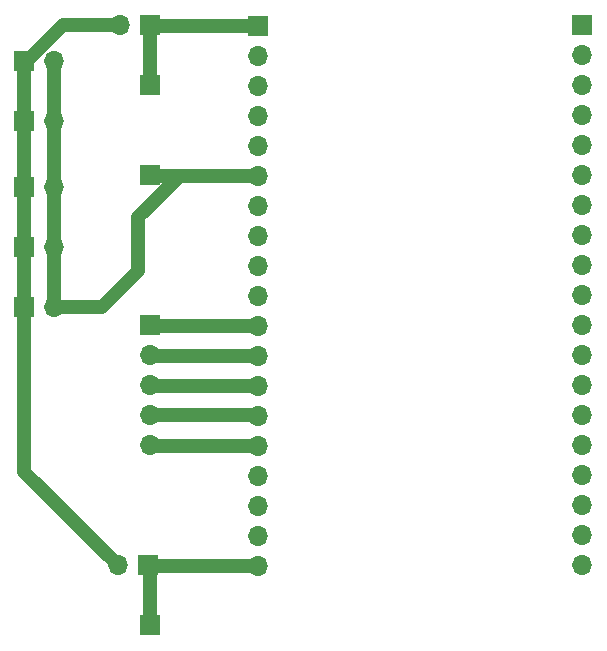
<source format=gbr>
%TF.GenerationSoftware,KiCad,Pcbnew,(6.0.7)*%
%TF.CreationDate,2022-12-08T14:28:46+01:00*%
%TF.ProjectId,_autosave-ExoTool,5f617574-6f73-4617-9665-2d45786f546f,rev?*%
%TF.SameCoordinates,Original*%
%TF.FileFunction,Copper,L2,Bot*%
%TF.FilePolarity,Positive*%
%FSLAX46Y46*%
G04 Gerber Fmt 4.6, Leading zero omitted, Abs format (unit mm)*
G04 Created by KiCad (PCBNEW (6.0.7)) date 2022-12-08 14:28:46*
%MOMM*%
%LPD*%
G01*
G04 APERTURE LIST*
%TA.AperFunction,ComponentPad*%
%ADD10R,1.700000X1.700000*%
%TD*%
%TA.AperFunction,ComponentPad*%
%ADD11O,1.700000X1.700000*%
%TD*%
%TA.AperFunction,Conductor*%
%ADD12C,1.200000*%
%TD*%
G04 APERTURE END LIST*
D10*
%TO.P,J6,1,Pin_1*%
%TO.N,P1*%
X182880000Y-91440000D03*
D11*
%TO.P,J6,2,Pin_2*%
%TO.N,P2*%
X182880000Y-93980000D03*
%TO.P,J6,3,Pin_3*%
%TO.N,P3*%
X182880000Y-96520000D03*
%TO.P,J6,4,Pin_4*%
%TO.N,P4*%
X182880000Y-99060000D03*
%TO.P,J6,5,Pin_5*%
%TO.N,P5*%
X182880000Y-101600000D03*
%TD*%
D10*
%TO.P,J7,1,Pin_1*%
%TO.N,Vin*%
X172212000Y-79756000D03*
D11*
%TO.P,J7,2,Pin_2*%
%TO.N,GND*%
X174752000Y-79756000D03*
%TD*%
D10*
%TO.P,J11,1,Pin_1*%
%TO.N,Vin*%
X172212000Y-69088000D03*
D11*
%TO.P,J11,2,Pin_2*%
%TO.N,GND*%
X174752000Y-69088000D03*
%TD*%
D10*
%TO.P,J1,1,Pin_1*%
%TO.N,unconnected-(J1-Pad1)*%
X219456000Y-66040000D03*
D11*
%TO.P,J1,2,Pin_2*%
%TO.N,unconnected-(J1-Pad2)*%
X219456000Y-68580000D03*
%TO.P,J1,3,Pin_3*%
%TO.N,unconnected-(J1-Pad3)*%
X219456000Y-71120000D03*
%TO.P,J1,4,Pin_4*%
%TO.N,unconnected-(J1-Pad4)*%
X219456000Y-73660000D03*
%TO.P,J1,5,Pin_5*%
%TO.N,unconnected-(J1-Pad5)*%
X219456000Y-76200000D03*
%TO.P,J1,6,Pin_6*%
%TO.N,unconnected-(J1-Pad6)*%
X219456000Y-78740000D03*
%TO.P,J1,7,Pin_7*%
%TO.N,unconnected-(J1-Pad7)*%
X219456000Y-81280000D03*
%TO.P,J1,8,Pin_8*%
%TO.N,unconnected-(J1-Pad8)*%
X219456000Y-83820000D03*
%TO.P,J1,9,Pin_9*%
%TO.N,unconnected-(J1-Pad9)*%
X219456000Y-86360000D03*
%TO.P,J1,10,Pin_10*%
%TO.N,unconnected-(J1-Pad10)*%
X219456000Y-88900000D03*
%TO.P,J1,11,Pin_11*%
%TO.N,unconnected-(J1-Pad11)*%
X219456000Y-91440000D03*
%TO.P,J1,12,Pin_12*%
%TO.N,unconnected-(J1-Pad12)*%
X219456000Y-93980000D03*
%TO.P,J1,13,Pin_13*%
%TO.N,unconnected-(J1-Pad13)*%
X219456000Y-96520000D03*
%TO.P,J1,14,Pin_14*%
%TO.N,unconnected-(J1-Pad14)*%
X219456000Y-99060000D03*
%TO.P,J1,15,Pin_15*%
%TO.N,unconnected-(J1-Pad15)*%
X219456000Y-101600000D03*
%TO.P,J1,16,Pin_16*%
%TO.N,unconnected-(J1-Pad16)*%
X219456000Y-104140000D03*
%TO.P,J1,17,Pin_17*%
%TO.N,unconnected-(J1-Pad17)*%
X219456000Y-106680000D03*
%TO.P,J1,18,Pin_18*%
%TO.N,unconnected-(J1-Pad18)*%
X219456000Y-109220000D03*
%TO.P,J1,19,Pin_19*%
%TO.N,unconnected-(J1-Pad19)*%
X219456000Y-111760000D03*
%TD*%
D10*
%TO.P,J13,1,Pin_1*%
%TO.N,VOut*%
X182880000Y-66040000D03*
D11*
%TO.P,J13,2,Pin_2*%
%TO.N,Vin*%
X180340000Y-66040000D03*
%TD*%
D10*
%TO.P,J8,1,Pin_1*%
%TO.N,Vin*%
X172212000Y-74168000D03*
D11*
%TO.P,J8,2,Pin_2*%
%TO.N,GND*%
X174752000Y-74168000D03*
%TD*%
D10*
%TO.P,J5,1,Pin_1*%
%TO.N,GND*%
X182880000Y-78740000D03*
%TD*%
%TO.P,J3,1,Pin_1*%
%TO.N,VOut*%
X182880000Y-71120000D03*
%TD*%
%TO.P,J2,1,Pin_1*%
%TO.N,VOut*%
X192024000Y-66050000D03*
D11*
%TO.P,J2,2,Pin_2*%
%TO.N,unconnected-(J2-Pad2)*%
X192024000Y-68590000D03*
%TO.P,J2,3,Pin_3*%
%TO.N,unconnected-(J2-Pad3)*%
X192024000Y-71130000D03*
%TO.P,J2,4,Pin_4*%
%TO.N,unconnected-(J2-Pad4)*%
X192024000Y-73670000D03*
%TO.P,J2,5,Pin_5*%
%TO.N,unconnected-(J2-Pad5)*%
X192024000Y-76210000D03*
%TO.P,J2,6,Pin_6*%
%TO.N,GND*%
X192024000Y-78750000D03*
%TO.P,J2,7,Pin_7*%
%TO.N,unconnected-(J2-Pad7)*%
X192024000Y-81290000D03*
%TO.P,J2,8,Pin_8*%
%TO.N,unconnected-(J2-Pad8)*%
X192024000Y-83830000D03*
%TO.P,J2,9,Pin_9*%
%TO.N,unconnected-(J2-Pad9)*%
X192024000Y-86370000D03*
%TO.P,J2,10,Pin_10*%
%TO.N,unconnected-(J2-Pad10)*%
X192024000Y-88910000D03*
%TO.P,J2,11,Pin_11*%
%TO.N,P1*%
X192024000Y-91450000D03*
%TO.P,J2,12,Pin_12*%
%TO.N,P2*%
X192024000Y-93990000D03*
%TO.P,J2,13,Pin_13*%
%TO.N,P3*%
X192024000Y-96530000D03*
%TO.P,J2,14,Pin_14*%
%TO.N,P4*%
X192024000Y-99070000D03*
%TO.P,J2,15,Pin_15*%
%TO.N,P5*%
X192024000Y-101610000D03*
%TO.P,J2,16,Pin_16*%
%TO.N,unconnected-(J2-Pad16)*%
X192024000Y-104150000D03*
%TO.P,J2,17,Pin_17*%
%TO.N,unconnected-(J2-Pad17)*%
X192024000Y-106690000D03*
%TO.P,J2,18,Pin_18*%
%TO.N,unconnected-(J2-Pad18)*%
X192024000Y-109230000D03*
%TO.P,J2,19,Pin_19*%
%TO.N,VOut*%
X192024000Y-111770000D03*
%TD*%
D10*
%TO.P,J10,1,Pin_1*%
%TO.N,Vin*%
X172212000Y-89916000D03*
D11*
%TO.P,J10,2,Pin_2*%
%TO.N,GND*%
X174752000Y-89916000D03*
%TD*%
D10*
%TO.P,J4,1,Pin_1*%
%TO.N,VOut*%
X182880000Y-116840000D03*
%TD*%
%TO.P,J12,1,Pin_1*%
%TO.N,VOut*%
X182631000Y-111760000D03*
D11*
%TO.P,J12,2,Pin_2*%
%TO.N,Vin*%
X180091000Y-111760000D03*
%TD*%
D10*
%TO.P,J9,1,Pin_1*%
%TO.N,Vin*%
X172212000Y-84836000D03*
D11*
%TO.P,J9,2,Pin_2*%
%TO.N,GND*%
X174752000Y-84836000D03*
%TD*%
D12*
%TO.N,VOut*%
X182880000Y-116840000D02*
X182880000Y-112009000D01*
X182641000Y-111770000D02*
X182631000Y-111760000D01*
X192024000Y-66050000D02*
X182890000Y-66050000D01*
X182890000Y-66050000D02*
X182880000Y-66040000D01*
X182880000Y-66040000D02*
X182880000Y-71120000D01*
X182880000Y-112009000D02*
X182631000Y-111760000D01*
X192024000Y-111770000D02*
X182641000Y-111770000D01*
%TO.N,GND*%
X181864000Y-86868000D02*
X181864000Y-82296000D01*
X174752000Y-74168000D02*
X174752000Y-79756000D01*
X174752000Y-79756000D02*
X174752000Y-84836000D01*
X182890000Y-78750000D02*
X182880000Y-78740000D01*
X174752000Y-69088000D02*
X174752000Y-74168000D01*
X192024000Y-78750000D02*
X186426000Y-78750000D01*
X186426000Y-78750000D02*
X182890000Y-78750000D01*
X174752000Y-89916000D02*
X178816000Y-89916000D01*
X181864000Y-82296000D02*
X185410000Y-78750000D01*
X174752000Y-84836000D02*
X174752000Y-89916000D01*
X185410000Y-78750000D02*
X186426000Y-78750000D01*
X178816000Y-89916000D02*
X181864000Y-86868000D01*
%TO.N,P1*%
X192024000Y-91450000D02*
X182890000Y-91450000D01*
X182890000Y-91450000D02*
X182880000Y-91440000D01*
%TO.N,P2*%
X182890000Y-93990000D02*
X182880000Y-93980000D01*
X192024000Y-93990000D02*
X182890000Y-93990000D01*
%TO.N,P3*%
X192024000Y-96530000D02*
X182890000Y-96530000D01*
X182890000Y-96530000D02*
X182880000Y-96520000D01*
%TO.N,P4*%
X192014000Y-99060000D02*
X192024000Y-99070000D01*
X182880000Y-99060000D02*
X192014000Y-99060000D01*
%TO.N,P5*%
X182890000Y-101610000D02*
X182880000Y-101600000D01*
X192024000Y-101610000D02*
X182890000Y-101610000D01*
%TO.N,Vin*%
X172212000Y-84836000D02*
X172212000Y-89916000D01*
X175466547Y-66040000D02*
X172418547Y-69088000D01*
X172212000Y-69088000D02*
X172212000Y-74168000D01*
X172212000Y-89916000D02*
X172212000Y-103881000D01*
X172418547Y-69088000D02*
X172212000Y-69088000D01*
X172212000Y-103881000D02*
X180091000Y-111760000D01*
X172212000Y-79756000D02*
X172212000Y-84836000D01*
X180340000Y-66040000D02*
X175466547Y-66040000D01*
X172212000Y-74168000D02*
X172212000Y-79756000D01*
%TD*%
M02*

</source>
